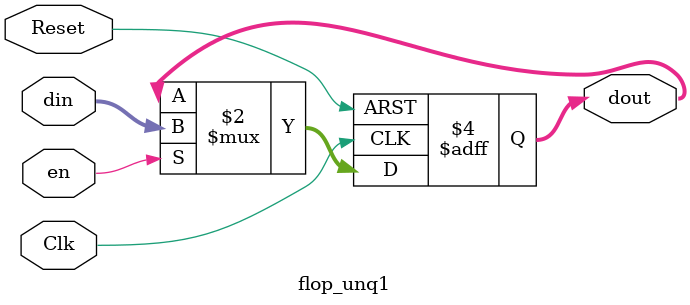
<source format=sv>

/* *****************************************************************************
 * File: flop.vp
 * 
 * Description:
 * Genesis2 flip-flop generator.
 * 
 * Required Genesis2 Controlable Parameters:
 * * Type		- Constant, Flop, RFlop, EFlop, or REFlop
 * * Width		- integer value specifying register width
 * * Default		- default value for the flop 
 *			 (only applies when flop_type=constant|rflop|reflop)
 * * SyncMode		- Sync or ASync flop * Change bar:
 * 
 * 
 * -----------
 * Date          Author   Description
 * Mar 30, 2010  shacham  init version  --  
 * May 20, 2014  jingpu   Add Async mode, change to active low reset
 * Feb 20, 2018  ajcars   Change back to active high reset 
 * ****************************************************************************/


/*******************************************************************************
 * REQUIRED PARAMETERIZATION
 ******************************************************************************/
// Type (_GENESIS2_INHERITANCE_PRIORITY_) = REFlop
//
// Default (_GENESIS2_INHERITANCE_PRIORITY_) = 0
//
// Width (_GENESIS2_INHERITANCE_PRIORITY_) = 5
//
// SyncMode (_GENESIS2_DECLARATION_PRIORITY_) = ASync
//

module flop_unq1(
	       //inputs
	       input logic 		   Clk,
	       input logic [4:0]  din,
	       input logic 		   Reset,
	       input logic 		   en,

	       //outputs
	       output logic [4:0] dout
	       );


   /* synopsys dc_tcl_script_begin
    set_dont_retime [current_design] true
    set_optimize_registers false -design [current_design]
    */
   


   
   always_ff @(posedge Clk or posedge Reset) begin
      if (Reset) 
	dout <= 5'h0;
      else if (en)
	dout <= din;
   end

endmodule : flop_unq1

</source>
